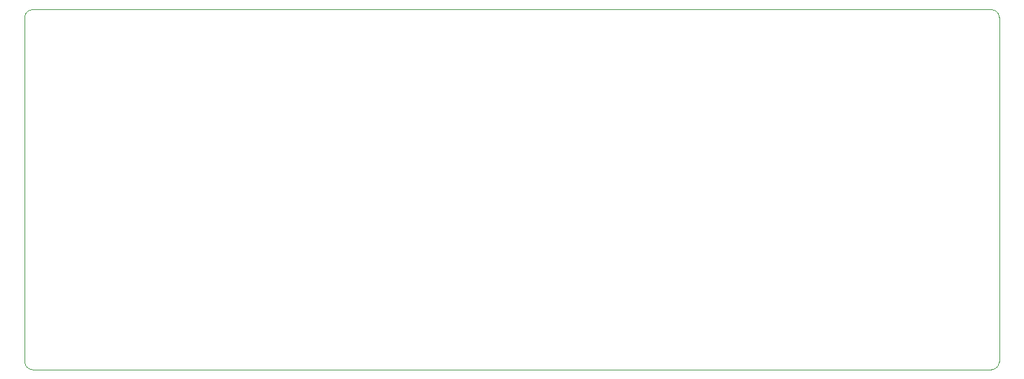
<source format=gbr>
%TF.GenerationSoftware,KiCad,Pcbnew,(6.0.9)*%
%TF.CreationDate,2022-12-19T16:18:23-05:00*%
%TF.ProjectId,Digital Clock PCB,44696769-7461-46c2-9043-6c6f636b2050,rev?*%
%TF.SameCoordinates,Original*%
%TF.FileFunction,Profile,NP*%
%FSLAX46Y46*%
G04 Gerber Fmt 4.6, Leading zero omitted, Abs format (unit mm)*
G04 Created by KiCad (PCBNEW (6.0.9)) date 2022-12-19 16:18:23*
%MOMM*%
%LPD*%
G01*
G04 APERTURE LIST*
%TA.AperFunction,Profile*%
%ADD10C,0.100000*%
%TD*%
G04 APERTURE END LIST*
D10*
X146200000Y-16100000D02*
X146200000Y-60100000D01*
X22800000Y-15100000D02*
X145200000Y-15100000D01*
X21800000Y-60100000D02*
G75*
G03*
X22800000Y-61100000I1000000J0D01*
G01*
X145200000Y-61100000D02*
G75*
G03*
X146200000Y-60100000I0J1000000D01*
G01*
X145200000Y-61100000D02*
X22800000Y-61100000D01*
X146200000Y-16100000D02*
G75*
G03*
X145200000Y-15100000I-1000000J0D01*
G01*
X21800000Y-60100000D02*
X21800000Y-16100000D01*
X22800000Y-15100000D02*
G75*
G03*
X21800000Y-16100000I0J-1000000D01*
G01*
M02*

</source>
